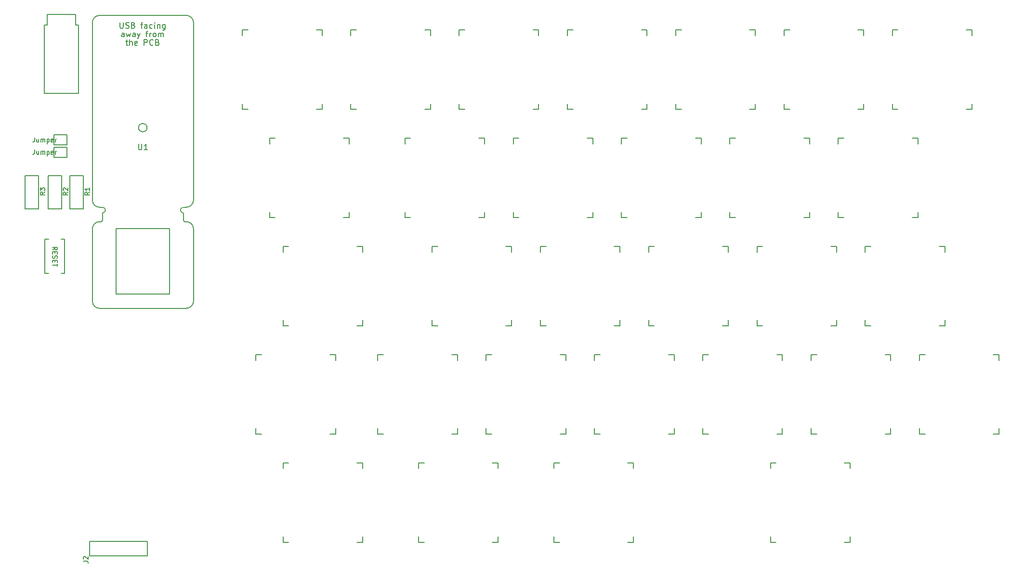
<source format=gbr>
%TF.GenerationSoftware,KiCad,Pcbnew,(5.1.7)-1*%
%TF.CreationDate,2021-06-20T13:46:17+02:00*%
%TF.ProjectId,Split65Left,53706c69-7436-4354-9c65-66742e6b6963,rev?*%
%TF.SameCoordinates,Original*%
%TF.FileFunction,Legend,Top*%
%TF.FilePolarity,Positive*%
%FSLAX46Y46*%
G04 Gerber Fmt 4.6, Leading zero omitted, Abs format (unit mm)*
G04 Created by KiCad (PCBNEW (5.1.7)-1) date 2021-06-20 13:46:17*
%MOMM*%
%LPD*%
G01*
G04 APERTURE LIST*
%ADD10C,0.150000*%
%ADD11C,0.200000*%
G04 APERTURE END LIST*
D10*
%TO.C,SW30*%
X157986000Y-122680000D02*
X157986000Y-121680000D01*
X157986000Y-135680000D02*
X158986000Y-135680000D01*
X158986000Y-121680000D02*
X157986000Y-121680000D01*
X157986000Y-135680000D02*
X157986000Y-134680000D01*
X171986000Y-134680000D02*
X171986000Y-135680000D01*
X171986000Y-121680000D02*
X170986000Y-121680000D01*
X170986000Y-135680000D02*
X171986000Y-135680000D01*
X171986000Y-121680000D02*
X171986000Y-122680000D01*
%TO.C,SW29*%
X119906000Y-122684000D02*
X119906000Y-121684000D01*
X119906000Y-135684000D02*
X120906000Y-135684000D01*
X120906000Y-121684000D02*
X119906000Y-121684000D01*
X119906000Y-135684000D02*
X119906000Y-134684000D01*
X133906000Y-134684000D02*
X133906000Y-135684000D01*
X133906000Y-121684000D02*
X132906000Y-121684000D01*
X132906000Y-135684000D02*
X133906000Y-135684000D01*
X133906000Y-121684000D02*
X133906000Y-122684000D01*
%TO.C,SW28*%
X96112000Y-122684000D02*
X96112000Y-121684000D01*
X96112000Y-135684000D02*
X97112000Y-135684000D01*
X97112000Y-121684000D02*
X96112000Y-121684000D01*
X96112000Y-135684000D02*
X96112000Y-134684000D01*
X110112000Y-134684000D02*
X110112000Y-135684000D01*
X110112000Y-121684000D02*
X109112000Y-121684000D01*
X109112000Y-135684000D02*
X110112000Y-135684000D01*
X110112000Y-121684000D02*
X110112000Y-122684000D01*
%TO.C,SW27*%
X72312000Y-122684000D02*
X72312000Y-121684000D01*
X72312000Y-135684000D02*
X73312000Y-135684000D01*
X73312000Y-121684000D02*
X72312000Y-121684000D01*
X72312000Y-135684000D02*
X72312000Y-134684000D01*
X86312000Y-134684000D02*
X86312000Y-135684000D01*
X86312000Y-121684000D02*
X85312000Y-121684000D01*
X85312000Y-135684000D02*
X86312000Y-135684000D01*
X86312000Y-121684000D02*
X86312000Y-122684000D01*
%TO.C,SW26*%
X198172000Y-102644000D02*
X198172000Y-103644000D01*
X197172000Y-116644000D02*
X198172000Y-116644000D01*
X198172000Y-102644000D02*
X197172000Y-102644000D01*
X198172000Y-115644000D02*
X198172000Y-116644000D01*
X184172000Y-116644000D02*
X184172000Y-115644000D01*
X185172000Y-102644000D02*
X184172000Y-102644000D01*
X184172000Y-116644000D02*
X185172000Y-116644000D01*
X184172000Y-103644000D02*
X184172000Y-102644000D01*
%TO.C,SW25*%
X179132000Y-102644000D02*
X179132000Y-103644000D01*
X178132000Y-116644000D02*
X179132000Y-116644000D01*
X179132000Y-102644000D02*
X178132000Y-102644000D01*
X179132000Y-115644000D02*
X179132000Y-116644000D01*
X165132000Y-116644000D02*
X165132000Y-115644000D01*
X166132000Y-102644000D02*
X165132000Y-102644000D01*
X165132000Y-116644000D02*
X166132000Y-116644000D01*
X165132000Y-103644000D02*
X165132000Y-102644000D01*
%TO.C,SW24*%
X160092000Y-102644000D02*
X160092000Y-103644000D01*
X159092000Y-116644000D02*
X160092000Y-116644000D01*
X160092000Y-102644000D02*
X159092000Y-102644000D01*
X160092000Y-115644000D02*
X160092000Y-116644000D01*
X146092000Y-116644000D02*
X146092000Y-115644000D01*
X147092000Y-102644000D02*
X146092000Y-102644000D01*
X146092000Y-116644000D02*
X147092000Y-116644000D01*
X146092000Y-103644000D02*
X146092000Y-102644000D01*
%TO.C,SW23*%
X141052000Y-102644000D02*
X141052000Y-103644000D01*
X140052000Y-116644000D02*
X141052000Y-116644000D01*
X141052000Y-102644000D02*
X140052000Y-102644000D01*
X141052000Y-115644000D02*
X141052000Y-116644000D01*
X127052000Y-116644000D02*
X127052000Y-115644000D01*
X128052000Y-102644000D02*
X127052000Y-102644000D01*
X127052000Y-116644000D02*
X128052000Y-116644000D01*
X127052000Y-103644000D02*
X127052000Y-102644000D01*
%TO.C,SW22*%
X122012000Y-102644000D02*
X122012000Y-103644000D01*
X121012000Y-116644000D02*
X122012000Y-116644000D01*
X122012000Y-102644000D02*
X121012000Y-102644000D01*
X122012000Y-115644000D02*
X122012000Y-116644000D01*
X108012000Y-116644000D02*
X108012000Y-115644000D01*
X109012000Y-102644000D02*
X108012000Y-102644000D01*
X108012000Y-116644000D02*
X109012000Y-116644000D01*
X108012000Y-103644000D02*
X108012000Y-102644000D01*
%TO.C,SW21*%
X102972000Y-102644000D02*
X102972000Y-103644000D01*
X101972000Y-116644000D02*
X102972000Y-116644000D01*
X102972000Y-102644000D02*
X101972000Y-102644000D01*
X102972000Y-115644000D02*
X102972000Y-116644000D01*
X88972000Y-116644000D02*
X88972000Y-115644000D01*
X89972000Y-102644000D02*
X88972000Y-102644000D01*
X88972000Y-116644000D02*
X89972000Y-116644000D01*
X88972000Y-103644000D02*
X88972000Y-102644000D01*
%TO.C,SW20*%
X67552000Y-103644000D02*
X67552000Y-102644000D01*
X67552000Y-116644000D02*
X68552000Y-116644000D01*
X68552000Y-102644000D02*
X67552000Y-102644000D01*
X67552000Y-116644000D02*
X67552000Y-115644000D01*
X81552000Y-115644000D02*
X81552000Y-116644000D01*
X81552000Y-102644000D02*
X80552000Y-102644000D01*
X80552000Y-116644000D02*
X81552000Y-116644000D01*
X81552000Y-102644000D02*
X81552000Y-103644000D01*
%TO.C,SW19*%
X188652000Y-83604000D02*
X188652000Y-84604000D01*
X187652000Y-97604000D02*
X188652000Y-97604000D01*
X188652000Y-83604000D02*
X187652000Y-83604000D01*
X188652000Y-96604000D02*
X188652000Y-97604000D01*
X174652000Y-97604000D02*
X174652000Y-96604000D01*
X175652000Y-83604000D02*
X174652000Y-83604000D01*
X174652000Y-97604000D02*
X175652000Y-97604000D01*
X174652000Y-84604000D02*
X174652000Y-83604000D01*
%TO.C,SW18*%
X169612000Y-83604000D02*
X169612000Y-84604000D01*
X168612000Y-97604000D02*
X169612000Y-97604000D01*
X169612000Y-83604000D02*
X168612000Y-83604000D01*
X169612000Y-96604000D02*
X169612000Y-97604000D01*
X155612000Y-97604000D02*
X155612000Y-96604000D01*
X156612000Y-83604000D02*
X155612000Y-83604000D01*
X155612000Y-97604000D02*
X156612000Y-97604000D01*
X155612000Y-84604000D02*
X155612000Y-83604000D01*
%TO.C,SW17*%
X150572000Y-83604000D02*
X150572000Y-84604000D01*
X149572000Y-97604000D02*
X150572000Y-97604000D01*
X150572000Y-83604000D02*
X149572000Y-83604000D01*
X150572000Y-96604000D02*
X150572000Y-97604000D01*
X136572000Y-97604000D02*
X136572000Y-96604000D01*
X137572000Y-83604000D02*
X136572000Y-83604000D01*
X136572000Y-97604000D02*
X137572000Y-97604000D01*
X136572000Y-84604000D02*
X136572000Y-83604000D01*
%TO.C,SW14*%
X86312000Y-83604000D02*
X86312000Y-84604000D01*
X85312000Y-97604000D02*
X86312000Y-97604000D01*
X86312000Y-83604000D02*
X85312000Y-83604000D01*
X86312000Y-96604000D02*
X86312000Y-97604000D01*
X72312000Y-97604000D02*
X72312000Y-96604000D01*
X73312000Y-83604000D02*
X72312000Y-83604000D01*
X72312000Y-97604000D02*
X73312000Y-97604000D01*
X72312000Y-84604000D02*
X72312000Y-83604000D01*
%TO.C,SW13*%
X183892000Y-64564000D02*
X183892000Y-65564000D01*
X182892000Y-78564000D02*
X183892000Y-78564000D01*
X183892000Y-64564000D02*
X182892000Y-64564000D01*
X183892000Y-77564000D02*
X183892000Y-78564000D01*
X169892000Y-78564000D02*
X169892000Y-77564000D01*
X170892000Y-64564000D02*
X169892000Y-64564000D01*
X169892000Y-78564000D02*
X170892000Y-78564000D01*
X169892000Y-65564000D02*
X169892000Y-64564000D01*
%TO.C,SW12*%
X164852000Y-64564000D02*
X164852000Y-65564000D01*
X163852000Y-78564000D02*
X164852000Y-78564000D01*
X164852000Y-64564000D02*
X163852000Y-64564000D01*
X164852000Y-77564000D02*
X164852000Y-78564000D01*
X150852000Y-78564000D02*
X150852000Y-77564000D01*
X151852000Y-64564000D02*
X150852000Y-64564000D01*
X150852000Y-78564000D02*
X151852000Y-78564000D01*
X150852000Y-65564000D02*
X150852000Y-64564000D01*
%TO.C,SW7*%
X193412000Y-45524000D02*
X193412000Y-46524000D01*
X192412000Y-59524000D02*
X193412000Y-59524000D01*
X193412000Y-45524000D02*
X192412000Y-45524000D01*
X193412000Y-58524000D02*
X193412000Y-59524000D01*
X179412000Y-59524000D02*
X179412000Y-58524000D01*
X180412000Y-45524000D02*
X179412000Y-45524000D01*
X179412000Y-59524000D02*
X180412000Y-59524000D01*
X179412000Y-46524000D02*
X179412000Y-45524000D01*
%TO.C,SW11*%
X145812000Y-64564000D02*
X145812000Y-65564000D01*
X144812000Y-78564000D02*
X145812000Y-78564000D01*
X145812000Y-64564000D02*
X144812000Y-64564000D01*
X145812000Y-77564000D02*
X145812000Y-78564000D01*
X131812000Y-78564000D02*
X131812000Y-77564000D01*
X132812000Y-64564000D02*
X131812000Y-64564000D01*
X131812000Y-78564000D02*
X132812000Y-78564000D01*
X131812000Y-65564000D02*
X131812000Y-64564000D01*
%TO.C,SW10*%
X126772000Y-64564000D02*
X126772000Y-65564000D01*
X125772000Y-78564000D02*
X126772000Y-78564000D01*
X126772000Y-64564000D02*
X125772000Y-64564000D01*
X126772000Y-77564000D02*
X126772000Y-78564000D01*
X112772000Y-78564000D02*
X112772000Y-77564000D01*
X113772000Y-64564000D02*
X112772000Y-64564000D01*
X112772000Y-78564000D02*
X113772000Y-78564000D01*
X112772000Y-65564000D02*
X112772000Y-64564000D01*
%TO.C,SW9*%
X107732000Y-64564000D02*
X107732000Y-65564000D01*
X106732000Y-78564000D02*
X107732000Y-78564000D01*
X107732000Y-64564000D02*
X106732000Y-64564000D01*
X107732000Y-77564000D02*
X107732000Y-78564000D01*
X93732000Y-78564000D02*
X93732000Y-77564000D01*
X94732000Y-64564000D02*
X93732000Y-64564000D01*
X93732000Y-78564000D02*
X94732000Y-78564000D01*
X93732000Y-65564000D02*
X93732000Y-64564000D01*
%TO.C,SW16*%
X131532000Y-83604000D02*
X131532000Y-84604000D01*
X130532000Y-97604000D02*
X131532000Y-97604000D01*
X131532000Y-83604000D02*
X130532000Y-83604000D01*
X131532000Y-96604000D02*
X131532000Y-97604000D01*
X117532000Y-97604000D02*
X117532000Y-96604000D01*
X118532000Y-83604000D02*
X117532000Y-83604000D01*
X117532000Y-97604000D02*
X118532000Y-97604000D01*
X117532000Y-84604000D02*
X117532000Y-83604000D01*
%TO.C,SW15*%
X112492000Y-83604000D02*
X112492000Y-84604000D01*
X111492000Y-97604000D02*
X112492000Y-97604000D01*
X112492000Y-83604000D02*
X111492000Y-83604000D01*
X112492000Y-96604000D02*
X112492000Y-97604000D01*
X98492000Y-97604000D02*
X98492000Y-96604000D01*
X99492000Y-83604000D02*
X98492000Y-83604000D01*
X98492000Y-97604000D02*
X99492000Y-97604000D01*
X98492000Y-84604000D02*
X98492000Y-83604000D01*
%TO.C,SW8*%
X69932000Y-65564000D02*
X69932000Y-64564000D01*
X69932000Y-78564000D02*
X70932000Y-78564000D01*
X70932000Y-64564000D02*
X69932000Y-64564000D01*
X69932000Y-78564000D02*
X69932000Y-77564000D01*
X83932000Y-77564000D02*
X83932000Y-78564000D01*
X83932000Y-64564000D02*
X82932000Y-64564000D01*
X82932000Y-78564000D02*
X83932000Y-78564000D01*
X83932000Y-64564000D02*
X83932000Y-65564000D01*
%TO.C,SW6*%
X174372000Y-45524000D02*
X174372000Y-46524000D01*
X173372000Y-59524000D02*
X174372000Y-59524000D01*
X174372000Y-45524000D02*
X173372000Y-45524000D01*
X174372000Y-58524000D02*
X174372000Y-59524000D01*
X160372000Y-59524000D02*
X160372000Y-58524000D01*
X161372000Y-45524000D02*
X160372000Y-45524000D01*
X160372000Y-59524000D02*
X161372000Y-59524000D01*
X160372000Y-46524000D02*
X160372000Y-45524000D01*
%TO.C,SW5*%
X155332000Y-45524000D02*
X155332000Y-46524000D01*
X154332000Y-59524000D02*
X155332000Y-59524000D01*
X155332000Y-45524000D02*
X154332000Y-45524000D01*
X155332000Y-58524000D02*
X155332000Y-59524000D01*
X141332000Y-59524000D02*
X141332000Y-58524000D01*
X142332000Y-45524000D02*
X141332000Y-45524000D01*
X141332000Y-59524000D02*
X142332000Y-59524000D01*
X141332000Y-46524000D02*
X141332000Y-45524000D01*
%TO.C,SW4*%
X136292000Y-45524000D02*
X136292000Y-46524000D01*
X135292000Y-59524000D02*
X136292000Y-59524000D01*
X136292000Y-45524000D02*
X135292000Y-45524000D01*
X136292000Y-58524000D02*
X136292000Y-59524000D01*
X122292000Y-59524000D02*
X122292000Y-58524000D01*
X123292000Y-45524000D02*
X122292000Y-45524000D01*
X122292000Y-59524000D02*
X123292000Y-59524000D01*
X122292000Y-46524000D02*
X122292000Y-45524000D01*
%TO.C,SW3*%
X117252000Y-45524000D02*
X117252000Y-46524000D01*
X116252000Y-59524000D02*
X117252000Y-59524000D01*
X117252000Y-45524000D02*
X116252000Y-45524000D01*
X117252000Y-58524000D02*
X117252000Y-59524000D01*
X103252000Y-59524000D02*
X103252000Y-58524000D01*
X104252000Y-45524000D02*
X103252000Y-45524000D01*
X103252000Y-59524000D02*
X104252000Y-59524000D01*
X103252000Y-46524000D02*
X103252000Y-45524000D01*
%TO.C,SW2*%
X98212000Y-45524000D02*
X98212000Y-46524000D01*
X97212000Y-59524000D02*
X98212000Y-59524000D01*
X98212000Y-45524000D02*
X97212000Y-45524000D01*
X98212000Y-58524000D02*
X98212000Y-59524000D01*
X84212000Y-59524000D02*
X84212000Y-58524000D01*
X85212000Y-45524000D02*
X84212000Y-45524000D01*
X84212000Y-59524000D02*
X85212000Y-59524000D01*
X84212000Y-46524000D02*
X84212000Y-45524000D01*
%TO.C,SW1*%
X79172000Y-45524000D02*
X79172000Y-46524000D01*
X78172000Y-59524000D02*
X79172000Y-59524000D01*
X79172000Y-45524000D02*
X78172000Y-45524000D01*
X79172000Y-58524000D02*
X79172000Y-59524000D01*
X65172000Y-59524000D02*
X65172000Y-58524000D01*
X66172000Y-45524000D02*
X65172000Y-45524000D01*
X65172000Y-59524000D02*
X66172000Y-59524000D01*
X65172000Y-46524000D02*
X65172000Y-45524000D01*
%TO.C,U1*%
X42979000Y-80458000D02*
X42979000Y-91958000D01*
X40566000Y-77734000D02*
X40566000Y-79004000D01*
X40058000Y-79258000D02*
X40312000Y-79258000D01*
X40058000Y-76718000D02*
X40568000Y-76718000D01*
X56568000Y-75448000D02*
X56568000Y-44234000D01*
X38788000Y-44234000D02*
X38788000Y-75448000D01*
X40058000Y-42964000D02*
X55298000Y-42964000D01*
X48408000Y-62723000D02*
G75*
G03*
X48408000Y-62723000I-750000J0D01*
G01*
X54790000Y-76718000D02*
X55298000Y-76718000D01*
X54790000Y-77734000D02*
X54790000Y-79004000D01*
X55044000Y-79258000D02*
X55298000Y-79258000D01*
X56568000Y-80528000D02*
X56568000Y-93228000D01*
X38788000Y-80528000D02*
X38788000Y-93228000D01*
X55298000Y-94498000D02*
X40058000Y-94498000D01*
X42979000Y-91958000D02*
X52358000Y-91958000D01*
X42979000Y-80458000D02*
X52358000Y-80458000D01*
X52358000Y-91958000D02*
X52358000Y-80458000D01*
X56568000Y-44234000D02*
G75*
G03*
X55298000Y-42964000I-1270000J0D01*
G01*
X40058000Y-42964000D02*
G75*
G03*
X38788000Y-44234000I0J-1270000D01*
G01*
X54790000Y-76718000D02*
G75*
G03*
X54790000Y-77734000I0J-508000D01*
G01*
X55298000Y-76718000D02*
G75*
G03*
X56568000Y-75448000I0J1270000D01*
G01*
X38788000Y-75448000D02*
G75*
G03*
X40058000Y-76718000I1270000J0D01*
G01*
X40566000Y-77734000D02*
G75*
G03*
X40566000Y-76718000I0J508000D01*
G01*
X55298000Y-94498000D02*
G75*
G03*
X56568000Y-93228000I0J1270000D01*
G01*
X38788000Y-93228000D02*
G75*
G03*
X40058000Y-94498000I1270000J0D01*
G01*
X56568000Y-80528000D02*
G75*
G03*
X55298000Y-79258000I-1270000J0D01*
G01*
X40058000Y-79258000D02*
G75*
G03*
X38788000Y-80528000I0J-1270000D01*
G01*
X54790000Y-79004000D02*
G75*
G03*
X55044000Y-79258000I254000J0D01*
G01*
X40312000Y-79258000D02*
G75*
G03*
X40566000Y-79004000I0J254000D01*
G01*
%TO.C,J1*%
X30378000Y-56670000D02*
X30378000Y-44670000D01*
X36378000Y-56670000D02*
X30378000Y-56670000D01*
X36378000Y-44670000D02*
X36378000Y-56670000D01*
X30378000Y-44670000D02*
X30878000Y-44670000D01*
X35878000Y-44670000D02*
X35878000Y-42770000D01*
X30878000Y-44670000D02*
X30878000Y-42770000D01*
X36378000Y-44670000D02*
X35878000Y-44670000D01*
X30878000Y-42770000D02*
X35878000Y-42770000D01*
%TO.C,J2*%
X38296000Y-138046000D02*
X48456000Y-138046000D01*
X38296000Y-135506000D02*
X48456000Y-135506000D01*
X48456000Y-135506000D02*
X48456000Y-138046000D01*
X38296000Y-138046000D02*
X38296000Y-135506000D01*
%TO.C,JP2*%
X31997000Y-66153000D02*
X34283000Y-66153000D01*
X34283000Y-66153000D02*
X34283000Y-67931000D01*
X34283000Y-67931000D02*
X31997000Y-67931000D01*
X31997000Y-67931000D02*
X31997000Y-66153000D01*
%TO.C,JP3*%
X31997000Y-64011000D02*
X34283000Y-64011000D01*
X34283000Y-64011000D02*
X34283000Y-65789000D01*
X34283000Y-65789000D02*
X31997000Y-65789000D01*
X31997000Y-65789000D02*
X31997000Y-64011000D01*
D11*
%TO.C,R1*%
X37196000Y-71144000D02*
X37196000Y-76944000D01*
X34796000Y-71144000D02*
X37196000Y-71144000D01*
X34796000Y-76944000D02*
X34796000Y-71144000D01*
X37196000Y-76969000D02*
X34796000Y-76969000D01*
%TO.C,R2*%
X33388000Y-71144000D02*
X33388000Y-76944000D01*
X30988000Y-71144000D02*
X33388000Y-71144000D01*
X30988000Y-76944000D02*
X30988000Y-71144000D01*
X33388000Y-76969000D02*
X30988000Y-76969000D01*
D10*
%TO.C,SW31*%
X30388000Y-82368000D02*
X30388000Y-88368000D01*
X33888000Y-88368000D02*
X33888000Y-82368000D01*
X30388000Y-82368000D02*
X31088000Y-82368000D01*
X33888000Y-82368000D02*
X33288000Y-82368000D01*
X33888000Y-88368000D02*
X33288000Y-88368000D01*
X30388000Y-88368000D02*
X31088000Y-88368000D01*
D11*
%TO.C,R3*%
X29342000Y-71144000D02*
X29342000Y-76944000D01*
X26942000Y-71144000D02*
X29342000Y-71144000D01*
X26942000Y-76944000D02*
X26942000Y-71144000D01*
X29342000Y-76969000D02*
X26942000Y-76969000D01*
%TO.C,U1*%
D10*
X46906095Y-65600380D02*
X46906095Y-66409904D01*
X46953714Y-66505142D01*
X47001333Y-66552761D01*
X47096571Y-66600380D01*
X47287047Y-66600380D01*
X47382285Y-66552761D01*
X47429904Y-66505142D01*
X47477523Y-66409904D01*
X47477523Y-65600380D01*
X48477523Y-66600380D02*
X47906095Y-66600380D01*
X48191809Y-66600380D02*
X48191809Y-65600380D01*
X48096571Y-65743238D01*
X48001333Y-65838476D01*
X47906095Y-65886095D01*
X43655619Y-44230380D02*
X43655619Y-45039904D01*
X43703238Y-45135142D01*
X43750857Y-45182761D01*
X43846095Y-45230380D01*
X44036571Y-45230380D01*
X44131809Y-45182761D01*
X44179428Y-45135142D01*
X44227047Y-45039904D01*
X44227047Y-44230380D01*
X44655619Y-45182761D02*
X44798476Y-45230380D01*
X45036571Y-45230380D01*
X45131809Y-45182761D01*
X45179428Y-45135142D01*
X45227047Y-45039904D01*
X45227047Y-44944666D01*
X45179428Y-44849428D01*
X45131809Y-44801809D01*
X45036571Y-44754190D01*
X44846095Y-44706571D01*
X44750857Y-44658952D01*
X44703238Y-44611333D01*
X44655619Y-44516095D01*
X44655619Y-44420857D01*
X44703238Y-44325619D01*
X44750857Y-44278000D01*
X44846095Y-44230380D01*
X45084190Y-44230380D01*
X45227047Y-44278000D01*
X45988952Y-44706571D02*
X46131809Y-44754190D01*
X46179428Y-44801809D01*
X46227047Y-44897047D01*
X46227047Y-45039904D01*
X46179428Y-45135142D01*
X46131809Y-45182761D01*
X46036571Y-45230380D01*
X45655619Y-45230380D01*
X45655619Y-44230380D01*
X45988952Y-44230380D01*
X46084190Y-44278000D01*
X46131809Y-44325619D01*
X46179428Y-44420857D01*
X46179428Y-44516095D01*
X46131809Y-44611333D01*
X46084190Y-44658952D01*
X45988952Y-44706571D01*
X45655619Y-44706571D01*
X47274666Y-44563714D02*
X47655619Y-44563714D01*
X47417523Y-45230380D02*
X47417523Y-44373238D01*
X47465142Y-44278000D01*
X47560380Y-44230380D01*
X47655619Y-44230380D01*
X48417523Y-45230380D02*
X48417523Y-44706571D01*
X48369904Y-44611333D01*
X48274666Y-44563714D01*
X48084190Y-44563714D01*
X47988952Y-44611333D01*
X48417523Y-45182761D02*
X48322285Y-45230380D01*
X48084190Y-45230380D01*
X47988952Y-45182761D01*
X47941333Y-45087523D01*
X47941333Y-44992285D01*
X47988952Y-44897047D01*
X48084190Y-44849428D01*
X48322285Y-44849428D01*
X48417523Y-44801809D01*
X49322285Y-45182761D02*
X49227047Y-45230380D01*
X49036571Y-45230380D01*
X48941333Y-45182761D01*
X48893714Y-45135142D01*
X48846095Y-45039904D01*
X48846095Y-44754190D01*
X48893714Y-44658952D01*
X48941333Y-44611333D01*
X49036571Y-44563714D01*
X49227047Y-44563714D01*
X49322285Y-44611333D01*
X49750857Y-45230380D02*
X49750857Y-44563714D01*
X49750857Y-44230380D02*
X49703238Y-44278000D01*
X49750857Y-44325619D01*
X49798476Y-44278000D01*
X49750857Y-44230380D01*
X49750857Y-44325619D01*
X50227047Y-44563714D02*
X50227047Y-45230380D01*
X50227047Y-44658952D02*
X50274666Y-44611333D01*
X50369904Y-44563714D01*
X50512761Y-44563714D01*
X50607999Y-44611333D01*
X50655619Y-44706571D01*
X50655619Y-45230380D01*
X51560380Y-44563714D02*
X51560380Y-45373238D01*
X51512761Y-45468476D01*
X51465142Y-45516095D01*
X51369904Y-45563714D01*
X51227047Y-45563714D01*
X51131809Y-45516095D01*
X51560380Y-45182761D02*
X51465142Y-45230380D01*
X51274666Y-45230380D01*
X51179428Y-45182761D01*
X51131809Y-45135142D01*
X51084190Y-45039904D01*
X51084190Y-44754190D01*
X51131809Y-44658952D01*
X51179428Y-44611333D01*
X51274666Y-44563714D01*
X51465142Y-44563714D01*
X51560380Y-44611333D01*
X44655619Y-47563714D02*
X45036571Y-47563714D01*
X44798476Y-47230380D02*
X44798476Y-48087523D01*
X44846095Y-48182761D01*
X44941333Y-48230380D01*
X45036571Y-48230380D01*
X45369904Y-48230380D02*
X45369904Y-47230380D01*
X45798476Y-48230380D02*
X45798476Y-47706571D01*
X45750857Y-47611333D01*
X45655619Y-47563714D01*
X45512761Y-47563714D01*
X45417523Y-47611333D01*
X45369904Y-47658952D01*
X46655619Y-48182761D02*
X46560380Y-48230380D01*
X46369904Y-48230380D01*
X46274666Y-48182761D01*
X46227047Y-48087523D01*
X46227047Y-47706571D01*
X46274666Y-47611333D01*
X46369904Y-47563714D01*
X46560380Y-47563714D01*
X46655619Y-47611333D01*
X46703238Y-47706571D01*
X46703238Y-47801809D01*
X46227047Y-47897047D01*
X47893714Y-48230380D02*
X47893714Y-47230380D01*
X48274666Y-47230380D01*
X48369904Y-47278000D01*
X48417523Y-47325619D01*
X48465142Y-47420857D01*
X48465142Y-47563714D01*
X48417523Y-47658952D01*
X48369904Y-47706571D01*
X48274666Y-47754190D01*
X47893714Y-47754190D01*
X49465142Y-48135142D02*
X49417523Y-48182761D01*
X49274666Y-48230380D01*
X49179428Y-48230380D01*
X49036571Y-48182761D01*
X48941333Y-48087523D01*
X48893714Y-47992285D01*
X48846095Y-47801809D01*
X48846095Y-47658952D01*
X48893714Y-47468476D01*
X48941333Y-47373238D01*
X49036571Y-47278000D01*
X49179428Y-47230380D01*
X49274666Y-47230380D01*
X49417523Y-47278000D01*
X49465142Y-47325619D01*
X50227047Y-47706571D02*
X50369904Y-47754190D01*
X50417523Y-47801809D01*
X50465142Y-47897047D01*
X50465142Y-48039904D01*
X50417523Y-48135142D01*
X50369904Y-48182761D01*
X50274666Y-48230380D01*
X49893714Y-48230380D01*
X49893714Y-47230380D01*
X50227047Y-47230380D01*
X50322285Y-47278000D01*
X50369904Y-47325619D01*
X50417523Y-47420857D01*
X50417523Y-47516095D01*
X50369904Y-47611333D01*
X50322285Y-47658952D01*
X50227047Y-47706571D01*
X49893714Y-47706571D01*
X44369904Y-46730380D02*
X44369904Y-46206571D01*
X44322285Y-46111333D01*
X44227047Y-46063714D01*
X44036571Y-46063714D01*
X43941333Y-46111333D01*
X44369904Y-46682761D02*
X44274666Y-46730380D01*
X44036571Y-46730380D01*
X43941333Y-46682761D01*
X43893714Y-46587523D01*
X43893714Y-46492285D01*
X43941333Y-46397047D01*
X44036571Y-46349428D01*
X44274666Y-46349428D01*
X44369904Y-46301809D01*
X44750857Y-46063714D02*
X44941333Y-46730380D01*
X45131809Y-46254190D01*
X45322285Y-46730380D01*
X45512761Y-46063714D01*
X46322285Y-46730380D02*
X46322285Y-46206571D01*
X46274666Y-46111333D01*
X46179428Y-46063714D01*
X45988952Y-46063714D01*
X45893714Y-46111333D01*
X46322285Y-46682761D02*
X46227047Y-46730380D01*
X45988952Y-46730380D01*
X45893714Y-46682761D01*
X45846095Y-46587523D01*
X45846095Y-46492285D01*
X45893714Y-46397047D01*
X45988952Y-46349428D01*
X46227047Y-46349428D01*
X46322285Y-46301809D01*
X46703238Y-46063714D02*
X46941333Y-46730380D01*
X47179428Y-46063714D02*
X46941333Y-46730380D01*
X46846095Y-46968476D01*
X46798476Y-47016095D01*
X46703238Y-47063714D01*
X48179428Y-46063714D02*
X48560380Y-46063714D01*
X48322285Y-46730380D02*
X48322285Y-45873238D01*
X48369904Y-45778000D01*
X48465142Y-45730380D01*
X48560380Y-45730380D01*
X48893714Y-46730380D02*
X48893714Y-46063714D01*
X48893714Y-46254190D02*
X48941333Y-46158952D01*
X48988952Y-46111333D01*
X49084190Y-46063714D01*
X49179428Y-46063714D01*
X49655619Y-46730380D02*
X49560380Y-46682761D01*
X49512761Y-46635142D01*
X49465142Y-46539904D01*
X49465142Y-46254190D01*
X49512761Y-46158952D01*
X49560380Y-46111333D01*
X49655619Y-46063714D01*
X49798476Y-46063714D01*
X49893714Y-46111333D01*
X49941333Y-46158952D01*
X49988952Y-46254190D01*
X49988952Y-46539904D01*
X49941333Y-46635142D01*
X49893714Y-46682761D01*
X49798476Y-46730380D01*
X49655619Y-46730380D01*
X50417523Y-46730380D02*
X50417523Y-46063714D01*
X50417523Y-46158952D02*
X50465142Y-46111333D01*
X50560380Y-46063714D01*
X50703238Y-46063714D01*
X50798476Y-46111333D01*
X50846095Y-46206571D01*
X50846095Y-46730380D01*
X50846095Y-46206571D02*
X50893714Y-46111333D01*
X50988952Y-46063714D01*
X51131809Y-46063714D01*
X51227047Y-46111333D01*
X51274666Y-46206571D01*
X51274666Y-46730380D01*
%TO.C,J2*%
X37205895Y-138976933D02*
X37786466Y-138976933D01*
X37902580Y-139015638D01*
X37979990Y-139093047D01*
X38018695Y-139209161D01*
X38018695Y-139286571D01*
X37283304Y-138628590D02*
X37244600Y-138589885D01*
X37205895Y-138512476D01*
X37205895Y-138318952D01*
X37244600Y-138241542D01*
X37283304Y-138202838D01*
X37360714Y-138164133D01*
X37438123Y-138164133D01*
X37554238Y-138202838D01*
X38018695Y-138667295D01*
X38018695Y-138164133D01*
%TO.C,JP2*%
X28623933Y-66596895D02*
X28623933Y-67177466D01*
X28585228Y-67293580D01*
X28507819Y-67370990D01*
X28391704Y-67409695D01*
X28314295Y-67409695D01*
X29359323Y-66867828D02*
X29359323Y-67409695D01*
X29010980Y-66867828D02*
X29010980Y-67293580D01*
X29049685Y-67370990D01*
X29127095Y-67409695D01*
X29243209Y-67409695D01*
X29320619Y-67370990D01*
X29359323Y-67332285D01*
X29746371Y-67409695D02*
X29746371Y-66867828D01*
X29746371Y-66945238D02*
X29785076Y-66906533D01*
X29862485Y-66867828D01*
X29978600Y-66867828D01*
X30056009Y-66906533D01*
X30094714Y-66983942D01*
X30094714Y-67409695D01*
X30094714Y-66983942D02*
X30133419Y-66906533D01*
X30210828Y-66867828D01*
X30326942Y-66867828D01*
X30404352Y-66906533D01*
X30443057Y-66983942D01*
X30443057Y-67409695D01*
X30830104Y-66867828D02*
X30830104Y-67680628D01*
X30830104Y-66906533D02*
X30907514Y-66867828D01*
X31062333Y-66867828D01*
X31139742Y-66906533D01*
X31178447Y-66945238D01*
X31217152Y-67022647D01*
X31217152Y-67254876D01*
X31178447Y-67332285D01*
X31139742Y-67370990D01*
X31062333Y-67409695D01*
X30907514Y-67409695D01*
X30830104Y-67370990D01*
X31875133Y-67370990D02*
X31797723Y-67409695D01*
X31642904Y-67409695D01*
X31565495Y-67370990D01*
X31526790Y-67293580D01*
X31526790Y-66983942D01*
X31565495Y-66906533D01*
X31642904Y-66867828D01*
X31797723Y-66867828D01*
X31875133Y-66906533D01*
X31913838Y-66983942D01*
X31913838Y-67061352D01*
X31526790Y-67138761D01*
X32262180Y-67409695D02*
X32262180Y-66867828D01*
X32262180Y-67022647D02*
X32300885Y-66945238D01*
X32339590Y-66906533D01*
X32417000Y-66867828D01*
X32494409Y-66867828D01*
%TO.C,JP3*%
X28623933Y-64454895D02*
X28623933Y-65035466D01*
X28585228Y-65151580D01*
X28507819Y-65228990D01*
X28391704Y-65267695D01*
X28314295Y-65267695D01*
X29359323Y-64725828D02*
X29359323Y-65267695D01*
X29010980Y-64725828D02*
X29010980Y-65151580D01*
X29049685Y-65228990D01*
X29127095Y-65267695D01*
X29243209Y-65267695D01*
X29320619Y-65228990D01*
X29359323Y-65190285D01*
X29746371Y-65267695D02*
X29746371Y-64725828D01*
X29746371Y-64803238D02*
X29785076Y-64764533D01*
X29862485Y-64725828D01*
X29978600Y-64725828D01*
X30056009Y-64764533D01*
X30094714Y-64841942D01*
X30094714Y-65267695D01*
X30094714Y-64841942D02*
X30133419Y-64764533D01*
X30210828Y-64725828D01*
X30326942Y-64725828D01*
X30404352Y-64764533D01*
X30443057Y-64841942D01*
X30443057Y-65267695D01*
X30830104Y-64725828D02*
X30830104Y-65538628D01*
X30830104Y-64764533D02*
X30907514Y-64725828D01*
X31062333Y-64725828D01*
X31139742Y-64764533D01*
X31178447Y-64803238D01*
X31217152Y-64880647D01*
X31217152Y-65112876D01*
X31178447Y-65190285D01*
X31139742Y-65228990D01*
X31062333Y-65267695D01*
X30907514Y-65267695D01*
X30830104Y-65228990D01*
X31875133Y-65228990D02*
X31797723Y-65267695D01*
X31642904Y-65267695D01*
X31565495Y-65228990D01*
X31526790Y-65151580D01*
X31526790Y-64841942D01*
X31565495Y-64764533D01*
X31642904Y-64725828D01*
X31797723Y-64725828D01*
X31875133Y-64764533D01*
X31913838Y-64841942D01*
X31913838Y-64919352D01*
X31526790Y-64996761D01*
X32262180Y-65267695D02*
X32262180Y-64725828D01*
X32262180Y-64880647D02*
X32300885Y-64803238D01*
X32339590Y-64764533D01*
X32417000Y-64725828D01*
X32494409Y-64725828D01*
%TO.C,R1*%
X38282904Y-74077333D02*
X37901952Y-74344000D01*
X38282904Y-74534476D02*
X37482904Y-74534476D01*
X37482904Y-74229714D01*
X37521000Y-74153523D01*
X37559095Y-74115428D01*
X37635285Y-74077333D01*
X37749571Y-74077333D01*
X37825761Y-74115428D01*
X37863857Y-74153523D01*
X37901952Y-74229714D01*
X37901952Y-74534476D01*
X38282904Y-73315428D02*
X38282904Y-73772571D01*
X38282904Y-73544000D02*
X37482904Y-73544000D01*
X37597190Y-73620190D01*
X37673380Y-73696380D01*
X37711476Y-73772571D01*
%TO.C,R2*%
X34474904Y-74077333D02*
X34093952Y-74344000D01*
X34474904Y-74534476D02*
X33674904Y-74534476D01*
X33674904Y-74229714D01*
X33713000Y-74153523D01*
X33751095Y-74115428D01*
X33827285Y-74077333D01*
X33941571Y-74077333D01*
X34017761Y-74115428D01*
X34055857Y-74153523D01*
X34093952Y-74229714D01*
X34093952Y-74534476D01*
X33751095Y-73772571D02*
X33713000Y-73734476D01*
X33674904Y-73658285D01*
X33674904Y-73467809D01*
X33713000Y-73391619D01*
X33751095Y-73353523D01*
X33827285Y-73315428D01*
X33903476Y-73315428D01*
X34017761Y-73353523D01*
X34474904Y-73810666D01*
X34474904Y-73315428D01*
%TO.C,SW31*%
X31826095Y-84206095D02*
X32207047Y-83939428D01*
X31826095Y-83748952D02*
X32626095Y-83748952D01*
X32626095Y-84053714D01*
X32588000Y-84129904D01*
X32549904Y-84168000D01*
X32473714Y-84206095D01*
X32359428Y-84206095D01*
X32283238Y-84168000D01*
X32245142Y-84129904D01*
X32207047Y-84053714D01*
X32207047Y-83748952D01*
X32245142Y-84548952D02*
X32245142Y-84815619D01*
X31826095Y-84929904D02*
X31826095Y-84548952D01*
X32626095Y-84548952D01*
X32626095Y-84929904D01*
X31864190Y-85234666D02*
X31826095Y-85348952D01*
X31826095Y-85539428D01*
X31864190Y-85615619D01*
X31902285Y-85653714D01*
X31978476Y-85691809D01*
X32054666Y-85691809D01*
X32130857Y-85653714D01*
X32168952Y-85615619D01*
X32207047Y-85539428D01*
X32245142Y-85387047D01*
X32283238Y-85310857D01*
X32321333Y-85272761D01*
X32397523Y-85234666D01*
X32473714Y-85234666D01*
X32549904Y-85272761D01*
X32588000Y-85310857D01*
X32626095Y-85387047D01*
X32626095Y-85577523D01*
X32588000Y-85691809D01*
X32245142Y-86034666D02*
X32245142Y-86301333D01*
X31826095Y-86415619D02*
X31826095Y-86034666D01*
X32626095Y-86034666D01*
X32626095Y-86415619D01*
X32626095Y-86644190D02*
X32626095Y-87101333D01*
X31826095Y-86872761D02*
X32626095Y-86872761D01*
%TO.C,R3*%
X30428904Y-74077333D02*
X30047952Y-74344000D01*
X30428904Y-74534476D02*
X29628904Y-74534476D01*
X29628904Y-74229714D01*
X29667000Y-74153523D01*
X29705095Y-74115428D01*
X29781285Y-74077333D01*
X29895571Y-74077333D01*
X29971761Y-74115428D01*
X30009857Y-74153523D01*
X30047952Y-74229714D01*
X30047952Y-74534476D01*
X29628904Y-73810666D02*
X29628904Y-73315428D01*
X29933666Y-73582095D01*
X29933666Y-73467809D01*
X29971761Y-73391619D01*
X30009857Y-73353523D01*
X30086047Y-73315428D01*
X30276523Y-73315428D01*
X30352714Y-73353523D01*
X30390809Y-73391619D01*
X30428904Y-73467809D01*
X30428904Y-73696380D01*
X30390809Y-73772571D01*
X30352714Y-73810666D01*
%TD*%
M02*

</source>
